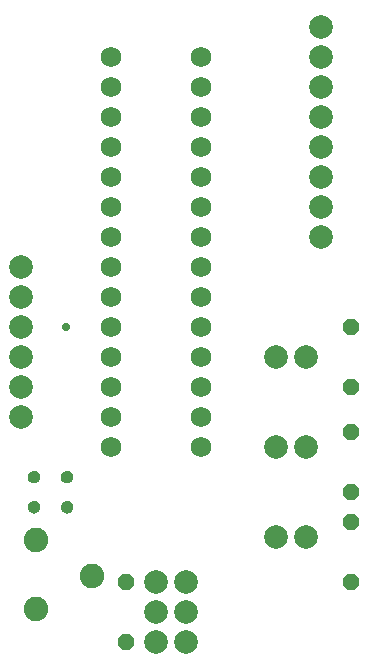
<source format=gts>
G75*
%MOIN*%
%OFA0B0*%
%FSLAX25Y25*%
%IPPOS*%
%LPD*%
%AMOC8*
5,1,8,0,0,1.08239X$1,22.5*
%
%ADD10C,0.00500*%
%ADD11C,0.07900*%
%ADD12C,0.08177*%
%ADD13OC8,0.05300*%
%ADD14C,0.06900*%
%ADD15C,0.02878*%
D10*
X0022613Y0068625D02*
X0022338Y0068910D01*
X0022132Y0069249D01*
X0022008Y0069626D01*
X0021970Y0070020D01*
X0022017Y0070404D01*
X0022147Y0070767D01*
X0022356Y0071092D01*
X0022631Y0071363D01*
X0022960Y0071566D01*
X0023326Y0071690D01*
X0023710Y0071730D01*
X0024091Y0071696D01*
X0024456Y0071578D01*
X0024785Y0071382D01*
X0025062Y0071118D01*
X0025273Y0070798D01*
X0025408Y0070440D01*
X0025460Y0070060D01*
X0025425Y0069660D01*
X0025302Y0069277D01*
X0025096Y0068931D01*
X0024819Y0068640D01*
X0024484Y0068418D01*
X0024108Y0068275D01*
X0023710Y0068220D01*
X0023317Y0068272D01*
X0022945Y0068409D01*
X0022613Y0068625D01*
X0022435Y0068809D02*
X0024980Y0068809D01*
X0025312Y0069308D02*
X0022113Y0069308D01*
X0021991Y0069806D02*
X0025438Y0069806D01*
X0025427Y0070305D02*
X0022005Y0070305D01*
X0022171Y0070803D02*
X0025270Y0070803D01*
X0024869Y0071302D02*
X0022569Y0071302D01*
X0023210Y0068311D02*
X0024202Y0068311D01*
X0023670Y0078270D02*
X0024054Y0078310D01*
X0024420Y0078434D01*
X0024749Y0078637D01*
X0025024Y0078908D01*
X0025233Y0079233D01*
X0025363Y0079596D01*
X0025410Y0079980D01*
X0025372Y0080374D01*
X0025248Y0080751D01*
X0025042Y0081090D01*
X0024767Y0081375D01*
X0024435Y0081591D01*
X0024063Y0081728D01*
X0023670Y0081780D01*
X0023272Y0081725D01*
X0022896Y0081582D01*
X0022561Y0081360D01*
X0022284Y0081069D01*
X0022078Y0080723D01*
X0021955Y0080340D01*
X0021920Y0079940D01*
X0021972Y0079560D01*
X0022107Y0079202D01*
X0022318Y0078882D01*
X0022595Y0078618D01*
X0022924Y0078422D01*
X0023289Y0078304D01*
X0023670Y0078270D01*
X0023781Y0078281D02*
X0023541Y0078281D01*
X0022426Y0078780D02*
X0024894Y0078780D01*
X0025249Y0079278D02*
X0022078Y0079278D01*
X0021942Y0079777D02*
X0025385Y0079777D01*
X0025382Y0080275D02*
X0021949Y0080275D01*
X0022109Y0080774D02*
X0025234Y0080774D01*
X0024866Y0081272D02*
X0022477Y0081272D01*
X0023606Y0081771D02*
X0023738Y0081771D01*
X0032975Y0080340D02*
X0033098Y0080723D01*
X0033304Y0081069D01*
X0033581Y0081360D01*
X0033916Y0081582D01*
X0034292Y0081725D01*
X0034690Y0081780D01*
X0035083Y0081728D01*
X0035455Y0081591D01*
X0035787Y0081375D01*
X0036063Y0081090D01*
X0036268Y0080751D01*
X0036392Y0080374D01*
X0036430Y0079980D01*
X0036383Y0079596D01*
X0036253Y0079233D01*
X0036044Y0078908D01*
X0035769Y0078637D01*
X0035440Y0078434D01*
X0035074Y0078310D01*
X0034690Y0078270D01*
X0034309Y0078304D01*
X0033944Y0078422D01*
X0033615Y0078618D01*
X0033338Y0078882D01*
X0033127Y0079202D01*
X0032992Y0079560D01*
X0032940Y0079940D01*
X0032975Y0080340D01*
X0032970Y0080275D02*
X0036402Y0080275D01*
X0036405Y0079777D02*
X0032962Y0079777D01*
X0033098Y0079278D02*
X0036269Y0079278D01*
X0035914Y0078780D02*
X0033446Y0078780D01*
X0034561Y0078281D02*
X0034801Y0078281D01*
X0036254Y0080774D02*
X0033129Y0080774D01*
X0033497Y0081272D02*
X0035886Y0081272D01*
X0034758Y0081771D02*
X0034627Y0081771D01*
X0034730Y0071730D02*
X0034346Y0071690D01*
X0033980Y0071566D01*
X0033651Y0071363D01*
X0033376Y0071092D01*
X0033167Y0070767D01*
X0033037Y0070404D01*
X0032990Y0070020D01*
X0033028Y0069626D01*
X0033152Y0069249D01*
X0033358Y0068910D01*
X0033633Y0068625D01*
X0033965Y0068409D01*
X0034337Y0068272D01*
X0034730Y0068220D01*
X0035128Y0068275D01*
X0035504Y0068418D01*
X0035839Y0068640D01*
X0036116Y0068931D01*
X0036322Y0069277D01*
X0036445Y0069660D01*
X0036480Y0070060D01*
X0036428Y0070440D01*
X0036293Y0070798D01*
X0036082Y0071118D01*
X0035805Y0071382D01*
X0035476Y0071578D01*
X0035111Y0071696D01*
X0034730Y0071730D01*
X0033589Y0071302D02*
X0035889Y0071302D01*
X0036290Y0070803D02*
X0033191Y0070803D01*
X0033025Y0070305D02*
X0036447Y0070305D01*
X0036458Y0069806D02*
X0033011Y0069806D01*
X0033133Y0069308D02*
X0036332Y0069308D01*
X0036000Y0068809D02*
X0033455Y0068809D01*
X0034230Y0068311D02*
X0035222Y0068311D01*
D11*
X0019200Y0100000D03*
X0019200Y0110000D03*
X0019200Y0120000D03*
X0019200Y0130000D03*
X0019200Y0140000D03*
X0019200Y0150000D03*
X0064200Y0045000D03*
X0064200Y0035000D03*
X0064200Y0025000D03*
X0074200Y0025000D03*
X0074200Y0035000D03*
X0074200Y0045000D03*
X0104200Y0060000D03*
X0114200Y0060000D03*
X0114200Y0090000D03*
X0104200Y0090000D03*
X0104200Y0120000D03*
X0114200Y0120000D03*
X0119200Y0160000D03*
X0119200Y0170000D03*
X0119200Y0180000D03*
X0119200Y0190000D03*
X0119200Y0200000D03*
X0119200Y0210000D03*
X0119200Y0220000D03*
X0119200Y0230000D03*
D12*
X0024200Y0036102D03*
X0024200Y0058937D03*
X0043098Y0047126D03*
D13*
X0054200Y0045000D03*
X0054200Y0025000D03*
X0129200Y0045000D03*
X0129200Y0065000D03*
X0129200Y0075000D03*
X0129200Y0095000D03*
X0129200Y0110000D03*
X0129200Y0130000D03*
D14*
X0079200Y0130000D03*
X0079200Y0120000D03*
X0079200Y0110000D03*
X0079200Y0100000D03*
X0079200Y0090000D03*
X0049200Y0090000D03*
X0049200Y0100000D03*
X0049200Y0110000D03*
X0049200Y0120000D03*
X0049200Y0130000D03*
X0049200Y0140000D03*
X0049200Y0150000D03*
X0049200Y0160000D03*
X0049200Y0170000D03*
X0049200Y0180000D03*
X0049200Y0190000D03*
X0049200Y0200000D03*
X0049200Y0210000D03*
X0049200Y0220000D03*
X0079200Y0220000D03*
X0079200Y0210000D03*
X0079200Y0200000D03*
X0079200Y0190000D03*
X0079200Y0180000D03*
X0079200Y0170000D03*
X0079200Y0160000D03*
X0079200Y0150000D03*
X0079200Y0140000D03*
D15*
X0034200Y0130000D03*
M02*

</source>
